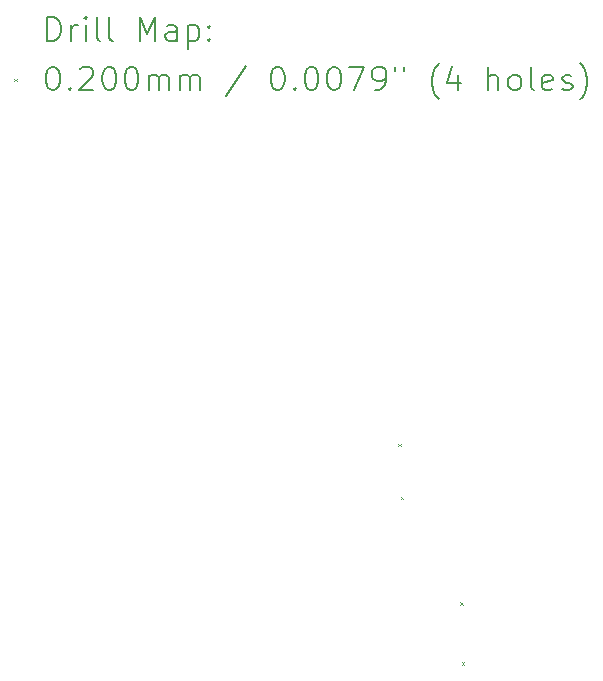
<source format=gbr>
%FSLAX45Y45*%
G04 Gerber Fmt 4.5, Leading zero omitted, Abs format (unit mm)*
G04 Created by KiCad (PCBNEW (6.0.4)) date 2022-09-08 21:09:34*
%MOMM*%
%LPD*%
G01*
G04 APERTURE LIST*
%ADD10C,0.200000*%
%ADD11C,0.020000*%
G04 APERTURE END LIST*
D10*
D11*
X3230000Y-3723800D02*
X3250000Y-3743800D01*
X3250000Y-3723800D02*
X3230000Y-3743800D01*
X3251000Y-4172000D02*
X3271000Y-4192000D01*
X3271000Y-4172000D02*
X3251000Y-4192000D01*
X3755000Y-5063000D02*
X3775000Y-5083000D01*
X3775000Y-5063000D02*
X3755000Y-5083000D01*
X3766000Y-5572000D02*
X3786000Y-5592000D01*
X3786000Y-5572000D02*
X3766000Y-5592000D01*
D10*
X257619Y-310476D02*
X257619Y-110476D01*
X305238Y-110476D01*
X333810Y-120000D01*
X352857Y-139048D01*
X362381Y-158095D01*
X371905Y-196190D01*
X371905Y-224762D01*
X362381Y-262857D01*
X352857Y-281905D01*
X333810Y-300952D01*
X305238Y-310476D01*
X257619Y-310476D01*
X457619Y-310476D02*
X457619Y-177143D01*
X457619Y-215238D02*
X467143Y-196190D01*
X476667Y-186667D01*
X495714Y-177143D01*
X514762Y-177143D01*
X581429Y-310476D02*
X581429Y-177143D01*
X581429Y-110476D02*
X571905Y-120000D01*
X581429Y-129524D01*
X590952Y-120000D01*
X581429Y-110476D01*
X581429Y-129524D01*
X705238Y-310476D02*
X686190Y-300952D01*
X676667Y-281905D01*
X676667Y-110476D01*
X810000Y-310476D02*
X790952Y-300952D01*
X781428Y-281905D01*
X781428Y-110476D01*
X1038571Y-310476D02*
X1038571Y-110476D01*
X1105238Y-253333D01*
X1171905Y-110476D01*
X1171905Y-310476D01*
X1352857Y-310476D02*
X1352857Y-205714D01*
X1343333Y-186667D01*
X1324286Y-177143D01*
X1286190Y-177143D01*
X1267143Y-186667D01*
X1352857Y-300952D02*
X1333810Y-310476D01*
X1286190Y-310476D01*
X1267143Y-300952D01*
X1257619Y-281905D01*
X1257619Y-262857D01*
X1267143Y-243809D01*
X1286190Y-234286D01*
X1333810Y-234286D01*
X1352857Y-224762D01*
X1448095Y-177143D02*
X1448095Y-377143D01*
X1448095Y-186667D02*
X1467143Y-177143D01*
X1505238Y-177143D01*
X1524286Y-186667D01*
X1533809Y-196190D01*
X1543333Y-215238D01*
X1543333Y-272381D01*
X1533809Y-291429D01*
X1524286Y-300952D01*
X1505238Y-310476D01*
X1467143Y-310476D01*
X1448095Y-300952D01*
X1629048Y-291429D02*
X1638571Y-300952D01*
X1629048Y-310476D01*
X1619524Y-300952D01*
X1629048Y-291429D01*
X1629048Y-310476D01*
X1629048Y-186667D02*
X1638571Y-196190D01*
X1629048Y-205714D01*
X1619524Y-196190D01*
X1629048Y-186667D01*
X1629048Y-205714D01*
D11*
X-20000Y-630000D02*
X0Y-650000D01*
X0Y-630000D02*
X-20000Y-650000D01*
D10*
X295714Y-530476D02*
X314762Y-530476D01*
X333810Y-540000D01*
X343333Y-549524D01*
X352857Y-568571D01*
X362381Y-606667D01*
X362381Y-654286D01*
X352857Y-692381D01*
X343333Y-711428D01*
X333810Y-720952D01*
X314762Y-730476D01*
X295714Y-730476D01*
X276667Y-720952D01*
X267143Y-711428D01*
X257619Y-692381D01*
X248095Y-654286D01*
X248095Y-606667D01*
X257619Y-568571D01*
X267143Y-549524D01*
X276667Y-540000D01*
X295714Y-530476D01*
X448095Y-711428D02*
X457619Y-720952D01*
X448095Y-730476D01*
X438571Y-720952D01*
X448095Y-711428D01*
X448095Y-730476D01*
X533810Y-549524D02*
X543333Y-540000D01*
X562381Y-530476D01*
X610000Y-530476D01*
X629048Y-540000D01*
X638571Y-549524D01*
X648095Y-568571D01*
X648095Y-587619D01*
X638571Y-616190D01*
X524286Y-730476D01*
X648095Y-730476D01*
X771905Y-530476D02*
X790952Y-530476D01*
X810000Y-540000D01*
X819524Y-549524D01*
X829048Y-568571D01*
X838571Y-606667D01*
X838571Y-654286D01*
X829048Y-692381D01*
X819524Y-711428D01*
X810000Y-720952D01*
X790952Y-730476D01*
X771905Y-730476D01*
X752857Y-720952D01*
X743333Y-711428D01*
X733809Y-692381D01*
X724286Y-654286D01*
X724286Y-606667D01*
X733809Y-568571D01*
X743333Y-549524D01*
X752857Y-540000D01*
X771905Y-530476D01*
X962381Y-530476D02*
X981428Y-530476D01*
X1000476Y-540000D01*
X1010000Y-549524D01*
X1019524Y-568571D01*
X1029048Y-606667D01*
X1029048Y-654286D01*
X1019524Y-692381D01*
X1010000Y-711428D01*
X1000476Y-720952D01*
X981428Y-730476D01*
X962381Y-730476D01*
X943333Y-720952D01*
X933809Y-711428D01*
X924286Y-692381D01*
X914762Y-654286D01*
X914762Y-606667D01*
X924286Y-568571D01*
X933809Y-549524D01*
X943333Y-540000D01*
X962381Y-530476D01*
X1114762Y-730476D02*
X1114762Y-597143D01*
X1114762Y-616190D02*
X1124286Y-606667D01*
X1143333Y-597143D01*
X1171905Y-597143D01*
X1190952Y-606667D01*
X1200476Y-625714D01*
X1200476Y-730476D01*
X1200476Y-625714D02*
X1210000Y-606667D01*
X1229048Y-597143D01*
X1257619Y-597143D01*
X1276667Y-606667D01*
X1286190Y-625714D01*
X1286190Y-730476D01*
X1381429Y-730476D02*
X1381429Y-597143D01*
X1381429Y-616190D02*
X1390952Y-606667D01*
X1410000Y-597143D01*
X1438571Y-597143D01*
X1457619Y-606667D01*
X1467143Y-625714D01*
X1467143Y-730476D01*
X1467143Y-625714D02*
X1476667Y-606667D01*
X1495714Y-597143D01*
X1524286Y-597143D01*
X1543333Y-606667D01*
X1552857Y-625714D01*
X1552857Y-730476D01*
X1943333Y-520952D02*
X1771905Y-778095D01*
X2200476Y-530476D02*
X2219524Y-530476D01*
X2238571Y-540000D01*
X2248095Y-549524D01*
X2257619Y-568571D01*
X2267143Y-606667D01*
X2267143Y-654286D01*
X2257619Y-692381D01*
X2248095Y-711428D01*
X2238571Y-720952D01*
X2219524Y-730476D01*
X2200476Y-730476D01*
X2181429Y-720952D01*
X2171905Y-711428D01*
X2162381Y-692381D01*
X2152857Y-654286D01*
X2152857Y-606667D01*
X2162381Y-568571D01*
X2171905Y-549524D01*
X2181429Y-540000D01*
X2200476Y-530476D01*
X2352857Y-711428D02*
X2362381Y-720952D01*
X2352857Y-730476D01*
X2343333Y-720952D01*
X2352857Y-711428D01*
X2352857Y-730476D01*
X2486190Y-530476D02*
X2505238Y-530476D01*
X2524286Y-540000D01*
X2533810Y-549524D01*
X2543333Y-568571D01*
X2552857Y-606667D01*
X2552857Y-654286D01*
X2543333Y-692381D01*
X2533810Y-711428D01*
X2524286Y-720952D01*
X2505238Y-730476D01*
X2486190Y-730476D01*
X2467143Y-720952D01*
X2457619Y-711428D01*
X2448095Y-692381D01*
X2438571Y-654286D01*
X2438571Y-606667D01*
X2448095Y-568571D01*
X2457619Y-549524D01*
X2467143Y-540000D01*
X2486190Y-530476D01*
X2676667Y-530476D02*
X2695714Y-530476D01*
X2714762Y-540000D01*
X2724286Y-549524D01*
X2733810Y-568571D01*
X2743333Y-606667D01*
X2743333Y-654286D01*
X2733810Y-692381D01*
X2724286Y-711428D01*
X2714762Y-720952D01*
X2695714Y-730476D01*
X2676667Y-730476D01*
X2657619Y-720952D01*
X2648095Y-711428D01*
X2638571Y-692381D01*
X2629048Y-654286D01*
X2629048Y-606667D01*
X2638571Y-568571D01*
X2648095Y-549524D01*
X2657619Y-540000D01*
X2676667Y-530476D01*
X2810000Y-530476D02*
X2943333Y-530476D01*
X2857619Y-730476D01*
X3029048Y-730476D02*
X3067143Y-730476D01*
X3086190Y-720952D01*
X3095714Y-711428D01*
X3114762Y-682857D01*
X3124286Y-644762D01*
X3124286Y-568571D01*
X3114762Y-549524D01*
X3105238Y-540000D01*
X3086190Y-530476D01*
X3048095Y-530476D01*
X3029048Y-540000D01*
X3019524Y-549524D01*
X3010000Y-568571D01*
X3010000Y-616190D01*
X3019524Y-635238D01*
X3029048Y-644762D01*
X3048095Y-654286D01*
X3086190Y-654286D01*
X3105238Y-644762D01*
X3114762Y-635238D01*
X3124286Y-616190D01*
X3200476Y-530476D02*
X3200476Y-568571D01*
X3276667Y-530476D02*
X3276667Y-568571D01*
X3571905Y-806667D02*
X3562381Y-797143D01*
X3543333Y-768571D01*
X3533809Y-749524D01*
X3524286Y-720952D01*
X3514762Y-673333D01*
X3514762Y-635238D01*
X3524286Y-587619D01*
X3533809Y-559048D01*
X3543333Y-540000D01*
X3562381Y-511428D01*
X3571905Y-501905D01*
X3733809Y-597143D02*
X3733809Y-730476D01*
X3686190Y-520952D02*
X3638571Y-663810D01*
X3762381Y-663810D01*
X3990952Y-730476D02*
X3990952Y-530476D01*
X4076667Y-730476D02*
X4076667Y-625714D01*
X4067143Y-606667D01*
X4048095Y-597143D01*
X4019524Y-597143D01*
X4000476Y-606667D01*
X3990952Y-616190D01*
X4200476Y-730476D02*
X4181428Y-720952D01*
X4171905Y-711428D01*
X4162381Y-692381D01*
X4162381Y-635238D01*
X4171905Y-616190D01*
X4181428Y-606667D01*
X4200476Y-597143D01*
X4229048Y-597143D01*
X4248095Y-606667D01*
X4257619Y-616190D01*
X4267143Y-635238D01*
X4267143Y-692381D01*
X4257619Y-711428D01*
X4248095Y-720952D01*
X4229048Y-730476D01*
X4200476Y-730476D01*
X4381429Y-730476D02*
X4362381Y-720952D01*
X4352857Y-701905D01*
X4352857Y-530476D01*
X4533810Y-720952D02*
X4514762Y-730476D01*
X4476667Y-730476D01*
X4457619Y-720952D01*
X4448095Y-701905D01*
X4448095Y-625714D01*
X4457619Y-606667D01*
X4476667Y-597143D01*
X4514762Y-597143D01*
X4533810Y-606667D01*
X4543333Y-625714D01*
X4543333Y-644762D01*
X4448095Y-663810D01*
X4619524Y-720952D02*
X4638571Y-730476D01*
X4676667Y-730476D01*
X4695714Y-720952D01*
X4705238Y-701905D01*
X4705238Y-692381D01*
X4695714Y-673333D01*
X4676667Y-663810D01*
X4648095Y-663810D01*
X4629048Y-654286D01*
X4619524Y-635238D01*
X4619524Y-625714D01*
X4629048Y-606667D01*
X4648095Y-597143D01*
X4676667Y-597143D01*
X4695714Y-606667D01*
X4771905Y-806667D02*
X4781429Y-797143D01*
X4800476Y-768571D01*
X4810000Y-749524D01*
X4819524Y-720952D01*
X4829048Y-673333D01*
X4829048Y-635238D01*
X4819524Y-587619D01*
X4810000Y-559048D01*
X4800476Y-540000D01*
X4781429Y-511428D01*
X4771905Y-501905D01*
M02*

</source>
